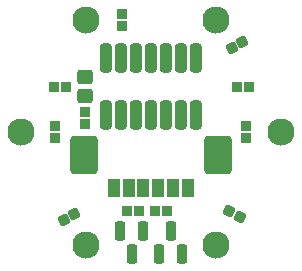
<source format=gbs>
G04*
G04 #@! TF.GenerationSoftware,Altium Limited,Altium Designer,22.7.1 (60)*
G04*
G04 Layer_Color=16711935*
%FSLAX43Y43*%
%MOMM*%
G71*
G04*
G04 #@! TF.SameCoordinates,4835CE25-E48C-4DDB-B082-209FFF86AC7D*
G04*
G04*
G04 #@! TF.FilePolarity,Negative*
G04*
G01*
G75*
G04:AMPARAMS|DCode=18|XSize=0.91mm|YSize=0.9mm|CornerRadius=0.225mm|HoleSize=0mm|Usage=FLASHONLY|Rotation=90.000|XOffset=0mm|YOffset=0mm|HoleType=Round|Shape=RoundedRectangle|*
%AMROUNDEDRECTD18*
21,1,0.910,0.450,0,0,90.0*
21,1,0.460,0.900,0,0,90.0*
1,1,0.450,0.225,0.230*
1,1,0.450,0.225,-0.230*
1,1,0.450,-0.225,-0.230*
1,1,0.450,-0.225,0.230*
%
%ADD18ROUNDEDRECTD18*%
G04:AMPARAMS|DCode=20|XSize=0.91mm|YSize=0.9mm|CornerRadius=0.225mm|HoleSize=0mm|Usage=FLASHONLY|Rotation=210.000|XOffset=0mm|YOffset=0mm|HoleType=Round|Shape=RoundedRectangle|*
%AMROUNDEDRECTD20*
21,1,0.910,0.450,0,0,210.0*
21,1,0.460,0.900,0,0,210.0*
1,1,0.450,-0.312,0.080*
1,1,0.450,0.087,0.310*
1,1,0.450,0.312,-0.080*
1,1,0.450,-0.087,-0.310*
%
%ADD20ROUNDEDRECTD20*%
%ADD22C,2.300*%
G04:AMPARAMS|DCode=43|XSize=0.91mm|YSize=0.9mm|CornerRadius=0.225mm|HoleSize=0mm|Usage=FLASHONLY|Rotation=180.000|XOffset=0mm|YOffset=0mm|HoleType=Round|Shape=RoundedRectangle|*
%AMROUNDEDRECTD43*
21,1,0.910,0.450,0,0,180.0*
21,1,0.460,0.900,0,0,180.0*
1,1,0.450,-0.230,0.225*
1,1,0.450,0.230,0.225*
1,1,0.450,0.230,-0.225*
1,1,0.450,-0.230,-0.225*
%
%ADD43ROUNDEDRECTD43*%
G04:AMPARAMS|DCode=44|XSize=0.91mm|YSize=0.9mm|CornerRadius=0.225mm|HoleSize=0mm|Usage=FLASHONLY|Rotation=152.000|XOffset=0mm|YOffset=0mm|HoleType=Round|Shape=RoundedRectangle|*
%AMROUNDEDRECTD44*
21,1,0.910,0.450,0,0,152.0*
21,1,0.460,0.900,0,0,152.0*
1,1,0.450,-0.097,0.307*
1,1,0.450,0.309,0.091*
1,1,0.450,0.097,-0.307*
1,1,0.450,-0.309,-0.091*
%
%ADD44ROUNDEDRECTD44*%
G04:AMPARAMS|DCode=45|XSize=2.4mm|YSize=3.3mm|CornerRadius=0.413mm|HoleSize=0mm|Usage=FLASHONLY|Rotation=180.000|XOffset=0mm|YOffset=0mm|HoleType=Round|Shape=RoundedRectangle|*
%AMROUNDEDRECTD45*
21,1,2.400,2.475,0,0,180.0*
21,1,1.575,3.300,0,0,180.0*
1,1,0.825,-0.788,1.238*
1,1,0.825,0.788,1.238*
1,1,0.825,0.788,-1.238*
1,1,0.825,-0.788,-1.238*
%
%ADD45ROUNDEDRECTD45*%
G04:AMPARAMS|DCode=46|XSize=1.1mm|YSize=1.6mm|CornerRadius=0.25mm|HoleSize=0mm|Usage=FLASHONLY|Rotation=180.000|XOffset=0mm|YOffset=0mm|HoleType=Round|Shape=RoundedRectangle|*
%AMROUNDEDRECTD46*
21,1,1.100,1.100,0,0,180.0*
21,1,0.600,1.600,0,0,180.0*
1,1,0.500,-0.300,0.550*
1,1,0.500,0.300,0.550*
1,1,0.500,0.300,-0.550*
1,1,0.500,-0.300,-0.550*
%
%ADD46ROUNDEDRECTD46*%
G04:AMPARAMS|DCode=47|XSize=0.91mm|YSize=1.65mm|CornerRadius=0.226mm|HoleSize=0mm|Usage=FLASHONLY|Rotation=180.000|XOffset=0mm|YOffset=0mm|HoleType=Round|Shape=RoundedRectangle|*
%AMROUNDEDRECTD47*
21,1,0.910,1.198,0,0,180.0*
21,1,0.458,1.650,0,0,180.0*
1,1,0.453,-0.229,0.599*
1,1,0.453,0.229,0.599*
1,1,0.453,0.229,-0.599*
1,1,0.453,-0.229,-0.599*
%
%ADD47ROUNDEDRECTD47*%
G04:AMPARAMS|DCode=48|XSize=1.24mm|YSize=1.33mm|CornerRadius=0.268mm|HoleSize=0mm|Usage=FLASHONLY|Rotation=270.000|XOffset=0mm|YOffset=0mm|HoleType=Round|Shape=RoundedRectangle|*
%AMROUNDEDRECTD48*
21,1,1.240,0.795,0,0,270.0*
21,1,0.705,1.330,0,0,270.0*
1,1,0.535,-0.398,-0.353*
1,1,0.535,-0.398,0.353*
1,1,0.535,0.398,0.353*
1,1,0.535,0.398,-0.353*
%
%ADD48ROUNDEDRECTD48*%
G04:AMPARAMS|DCode=49|XSize=0.98mm|YSize=2.47mm|CornerRadius=0.235mm|HoleSize=0mm|Usage=FLASHONLY|Rotation=180.000|XOffset=0mm|YOffset=0mm|HoleType=Round|Shape=RoundedRectangle|*
%AMROUNDEDRECTD49*
21,1,0.980,2.000,0,0,180.0*
21,1,0.510,2.470,0,0,180.0*
1,1,0.470,-0.255,1.000*
1,1,0.470,0.255,1.000*
1,1,0.470,0.255,-1.000*
1,1,0.470,-0.255,-1.000*
%
%ADD49ROUNDEDRECTD49*%
G04:AMPARAMS|DCode=50|XSize=0.89mm|YSize=0.9mm|CornerRadius=0.224mm|HoleSize=0mm|Usage=FLASHONLY|Rotation=90.000|XOffset=0mm|YOffset=0mm|HoleType=Round|Shape=RoundedRectangle|*
%AMROUNDEDRECTD50*
21,1,0.890,0.453,0,0,90.0*
21,1,0.443,0.900,0,0,90.0*
1,1,0.447,0.226,0.221*
1,1,0.447,0.226,-0.221*
1,1,0.447,-0.226,-0.221*
1,1,0.447,-0.226,0.221*
%
%ADD50ROUNDEDRECTD50*%
D18*
X15575Y13475D02*
D03*
X15575Y12475D02*
D03*
X5100Y22981D02*
D03*
X5100Y21981D02*
D03*
X-600Y12440D02*
D03*
X-600Y13440D02*
D03*
D20*
X15233Y20550D02*
D03*
X14367Y20050D02*
D03*
X167Y5550D02*
D03*
X1033Y6050D02*
D03*
D22*
X-3488Y12939D02*
D03*
X2021Y3397D02*
D03*
X13038Y3397D02*
D03*
X18547Y12939D02*
D03*
X13039Y22481D02*
D03*
X2021Y22481D02*
D03*
D43*
X7900Y6300D02*
D03*
X8900Y6300D02*
D03*
X6500Y6300D02*
D03*
X5500Y6300D02*
D03*
X-700Y16798D02*
D03*
X300Y16798D02*
D03*
X15800Y16798D02*
D03*
X14800Y16798D02*
D03*
D44*
X15041Y5765D02*
D03*
X14158Y6235D02*
D03*
D45*
X13200Y11000D02*
D03*
X1850Y11000D02*
D03*
D46*
X10650Y8250D02*
D03*
X9400Y8250D02*
D03*
X4400D02*
D03*
X5650Y8250D02*
D03*
X8150Y8250D02*
D03*
X6900Y8250D02*
D03*
D47*
X5900Y2600D02*
D03*
X6850Y4600D02*
D03*
X4950D02*
D03*
X9200D02*
D03*
X8250Y2600D02*
D03*
X10150Y2600D02*
D03*
D48*
X1980Y17598D02*
D03*
X1980Y15998D02*
D03*
D49*
X11335Y14373D02*
D03*
X10065Y14373D02*
D03*
X8795Y14373D02*
D03*
X7525D02*
D03*
X6255Y14373D02*
D03*
X4985Y14373D02*
D03*
X3715Y14373D02*
D03*
X11335Y19223D02*
D03*
X10065Y19223D02*
D03*
X8795Y19223D02*
D03*
X7525Y19223D02*
D03*
X6255D02*
D03*
X4985Y19223D02*
D03*
X3715Y19223D02*
D03*
D50*
X1980Y14625D02*
D03*
Y13600D02*
D03*
M02*

</source>
